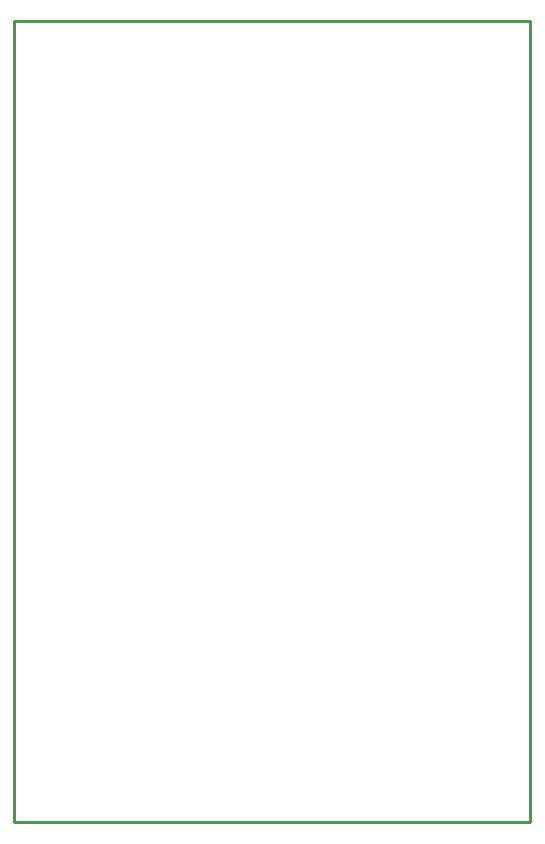
<source format=gbp>
G04 Layer_Color=128*
%FSLAX25Y25*%
%MOIN*%
G70*
G01*
G75*
%ADD28C,0.01000*%
D28*
X0Y267000D02*
X172000D01*
X0Y0D02*
Y267000D01*
Y0D02*
X172000D01*
Y267000D01*
M02*

</source>
